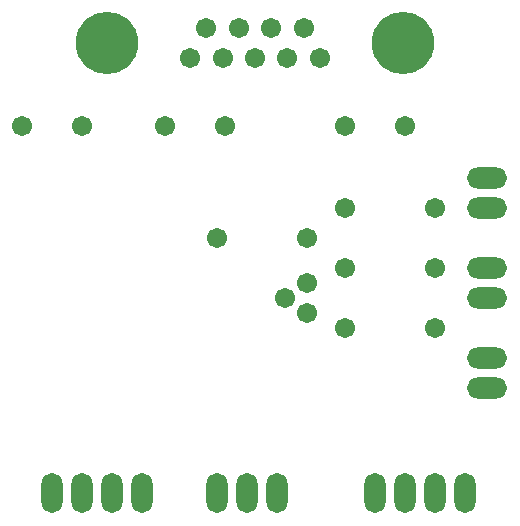
<source format=gbr>
%TF.GenerationSoftware,KiCad,Pcbnew,(6.0.6)*%
%TF.CreationDate,2022-08-19T16:35:04-03:00*%
%TF.ProjectId,hub_interior,6875625f-696e-4746-9572-696f722e6b69,rev?*%
%TF.SameCoordinates,Original*%
%TF.FileFunction,Soldermask,Top*%
%TF.FilePolarity,Negative*%
%FSLAX46Y46*%
G04 Gerber Fmt 4.6, Leading zero omitted, Abs format (unit mm)*
G04 Created by KiCad (PCBNEW (6.0.6)) date 2022-08-19 16:35:04*
%MOMM*%
%LPD*%
G01*
G04 APERTURE LIST*
%ADD10O,1.803200X3.403200*%
%ADD11C,1.703200*%
%ADD12C,5.283200*%
%ADD13O,3.403200X1.803200*%
G04 APERTURE END LIST*
D10*
%TO.C,JP1*%
X145326100Y-122783600D03*
X147866100Y-122783600D03*
X150406100Y-122783600D03*
%TD*%
D11*
%TO.C,R4*%
X156121100Y-98653600D03*
X163741100Y-98653600D03*
%TD*%
%TO.C,C2*%
X145961100Y-91668600D03*
X140881100Y-91668600D03*
%TD*%
%TO.C,R3*%
X156121100Y-103733600D03*
X163741100Y-103733600D03*
%TD*%
%TO.C,X1*%
X143014700Y-85953600D03*
X145757900Y-85953600D03*
X148501100Y-85953600D03*
X151244300Y-85953600D03*
X153987500Y-85953600D03*
X144386300Y-83413600D03*
X147129500Y-83413600D03*
X149872700Y-83413600D03*
X152615900Y-83413600D03*
D12*
X135978900Y-84683600D03*
X161023300Y-84683600D03*
%TD*%
D13*
%TO.C,X2*%
X168186100Y-113893600D03*
X168186100Y-111353600D03*
%TD*%
D11*
%TO.C,C1*%
X133896100Y-91668600D03*
X128816100Y-91668600D03*
%TD*%
%TO.C,R2*%
X156121100Y-108813600D03*
X163741100Y-108813600D03*
%TD*%
%TO.C,Q1*%
X152946100Y-105003600D03*
X151041100Y-106273600D03*
X152946100Y-107543600D03*
%TD*%
%TO.C,C3*%
X156121100Y-91668600D03*
X161201100Y-91668600D03*
%TD*%
D13*
%TO.C,X3*%
X168186100Y-106273600D03*
X168186100Y-103733600D03*
%TD*%
D10*
%TO.C,RELE1*%
X131356100Y-122783600D03*
X133896100Y-122783600D03*
X136436100Y-122783600D03*
X138976100Y-122783600D03*
%TD*%
D11*
%TO.C,R1*%
X152946100Y-101193600D03*
X145326100Y-101193600D03*
%TD*%
D10*
%TO.C,VOLTAGE1*%
X158661100Y-122783600D03*
X161201100Y-122783600D03*
X163741100Y-122783600D03*
X166281100Y-122783600D03*
%TD*%
D13*
%TO.C,LED1*%
X168186100Y-98653600D03*
X168186100Y-96113600D03*
%TD*%
M02*

</source>
